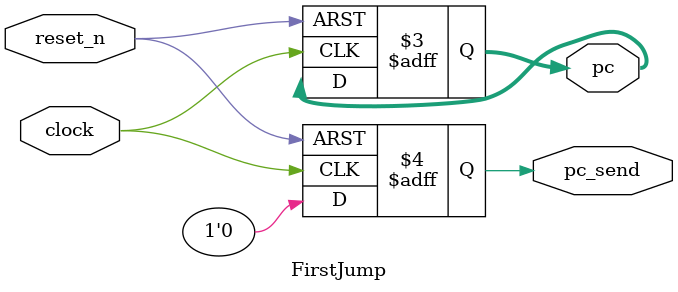
<source format=v>
/**
 * Title      : Generated from com.synflow.risc.FirstJump by Synflow Studio
 * Project    : RISCV
 *
 * File       : FirstJump.vhd
 * Author     : Matthieu
 * Standard   : Verilog-2001
 *
 **
 * Copyright (c) 2013
 **
 *
 */

module FirstJump(input clock, input reset_n, output reg [31 : 0] pc, output reg pc_send);


  /**
   * State variables
   */


  /**
   * Behavior
   */

  /**
   * Synchronous process
   */
  always @(negedge reset_n or posedge clock) begin // body of FirstJump
    if (~reset_n) begin
      pc <= 0;
      pc_send <= 0;
    end else begin
      pc_send <= 0;
      //
    end
  end

endmodule //FirstJump

</source>
